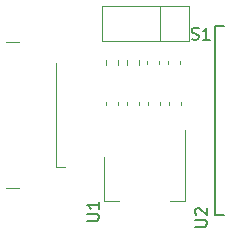
<source format=gbr>
%TF.GenerationSoftware,KiCad,Pcbnew,(5.1.10)-1*%
%TF.CreationDate,2021-10-24T22:50:07+08:00*%
%TF.ProjectId,ESP8266_Wakener,45535038-3236-4365-9f57-616b656e6572,rev?*%
%TF.SameCoordinates,Original*%
%TF.FileFunction,Legend,Top*%
%TF.FilePolarity,Positive*%
%FSLAX46Y46*%
G04 Gerber Fmt 4.6, Leading zero omitted, Abs format (unit mm)*
G04 Created by KiCad (PCBNEW (5.1.10)-1) date 2021-10-24 22:50:07*
%MOMM*%
%LPD*%
G01*
G04 APERTURE LIST*
%ADD10C,0.120000*%
%ADD11C,0.152400*%
%ADD12C,0.150000*%
G04 APERTURE END LIST*
D10*
%TO.C,J1*%
X89020000Y-102900000D02*
X89775000Y-102900000D01*
X85850000Y-92355000D02*
X84800000Y-92355000D01*
X85850000Y-104645000D02*
X84800000Y-104645000D01*
X89020000Y-102900000D02*
X89020000Y-94100000D01*
%TO.C,R1*%
X93259500Y-94286258D02*
X93259500Y-93811742D01*
X94304500Y-94286258D02*
X94304500Y-93811742D01*
%TO.C,R2*%
X96037833Y-93811742D02*
X96037833Y-94286258D01*
X94992833Y-93811742D02*
X94992833Y-94286258D01*
%TO.C,S1*%
X97852000Y-92274000D02*
X97852000Y-89274000D01*
X100272000Y-89274000D02*
X100272000Y-92274000D01*
X92892000Y-89274000D02*
X100272000Y-89274000D01*
X92892000Y-92274000D02*
X92892000Y-89274000D01*
X100272000Y-92274000D02*
X92892000Y-92274000D01*
%TO.C,C6*%
X97758666Y-93908420D02*
X97758666Y-94189580D01*
X96738666Y-93908420D02*
X96738666Y-94189580D01*
%TO.C,C4*%
X99492000Y-93908420D02*
X99492000Y-94189580D01*
X98472000Y-93908420D02*
X98472000Y-94189580D01*
D11*
%TO.C,U2*%
X102489000Y-106934000D02*
X103251000Y-106934000D01*
X102489000Y-90932000D02*
X102489000Y-106934000D01*
X103251000Y-90932000D02*
X102489000Y-90932000D01*
D10*
%TO.C,U1*%
X99930000Y-99786000D02*
X99930000Y-105796000D01*
X93110000Y-102036000D02*
X93110000Y-105796000D01*
X99930000Y-105796000D02*
X98670000Y-105796000D01*
X93110000Y-105796000D02*
X94370000Y-105796000D01*
%TO.C,C5*%
X99570000Y-97688579D02*
X99570000Y-97407419D01*
X98550000Y-97688579D02*
X98550000Y-97407419D01*
%TO.C,C3*%
X97792000Y-97663580D02*
X97792000Y-97382420D01*
X96772000Y-97663580D02*
X96772000Y-97382420D01*
%TO.C,C2*%
X96014000Y-97680246D02*
X96014000Y-97399086D01*
X94994000Y-97680246D02*
X94994000Y-97399086D01*
%TO.C,C1*%
X94236000Y-97671913D02*
X94236000Y-97390753D01*
X93216000Y-97671913D02*
X93216000Y-97390753D01*
%TO.C,S1*%
D12*
X100520095Y-92078761D02*
X100662952Y-92126380D01*
X100901047Y-92126380D01*
X100996285Y-92078761D01*
X101043904Y-92031142D01*
X101091523Y-91935904D01*
X101091523Y-91840666D01*
X101043904Y-91745428D01*
X100996285Y-91697809D01*
X100901047Y-91650190D01*
X100710571Y-91602571D01*
X100615333Y-91554952D01*
X100567714Y-91507333D01*
X100520095Y-91412095D01*
X100520095Y-91316857D01*
X100567714Y-91221619D01*
X100615333Y-91174000D01*
X100710571Y-91126380D01*
X100948666Y-91126380D01*
X101091523Y-91174000D01*
X102043904Y-92126380D02*
X101472476Y-92126380D01*
X101758190Y-92126380D02*
X101758190Y-91126380D01*
X101662952Y-91269238D01*
X101567714Y-91364476D01*
X101472476Y-91412095D01*
%TO.C,U2*%
X100798380Y-107949904D02*
X101607904Y-107949904D01*
X101703142Y-107902285D01*
X101750761Y-107854666D01*
X101798380Y-107759428D01*
X101798380Y-107568952D01*
X101750761Y-107473714D01*
X101703142Y-107426095D01*
X101607904Y-107378476D01*
X100798380Y-107378476D01*
X100893619Y-106949904D02*
X100846000Y-106902285D01*
X100798380Y-106807047D01*
X100798380Y-106568952D01*
X100846000Y-106473714D01*
X100893619Y-106426095D01*
X100988857Y-106378476D01*
X101084095Y-106378476D01*
X101226952Y-106426095D01*
X101798380Y-106997523D01*
X101798380Y-106378476D01*
%TO.C,U1*%
X91654380Y-107441904D02*
X92463904Y-107441904D01*
X92559142Y-107394285D01*
X92606761Y-107346666D01*
X92654380Y-107251428D01*
X92654380Y-107060952D01*
X92606761Y-106965714D01*
X92559142Y-106918095D01*
X92463904Y-106870476D01*
X91654380Y-106870476D01*
X92654380Y-105870476D02*
X92654380Y-106441904D01*
X92654380Y-106156190D02*
X91654380Y-106156190D01*
X91797238Y-106251428D01*
X91892476Y-106346666D01*
X91940095Y-106441904D01*
%TD*%
M02*

</source>
